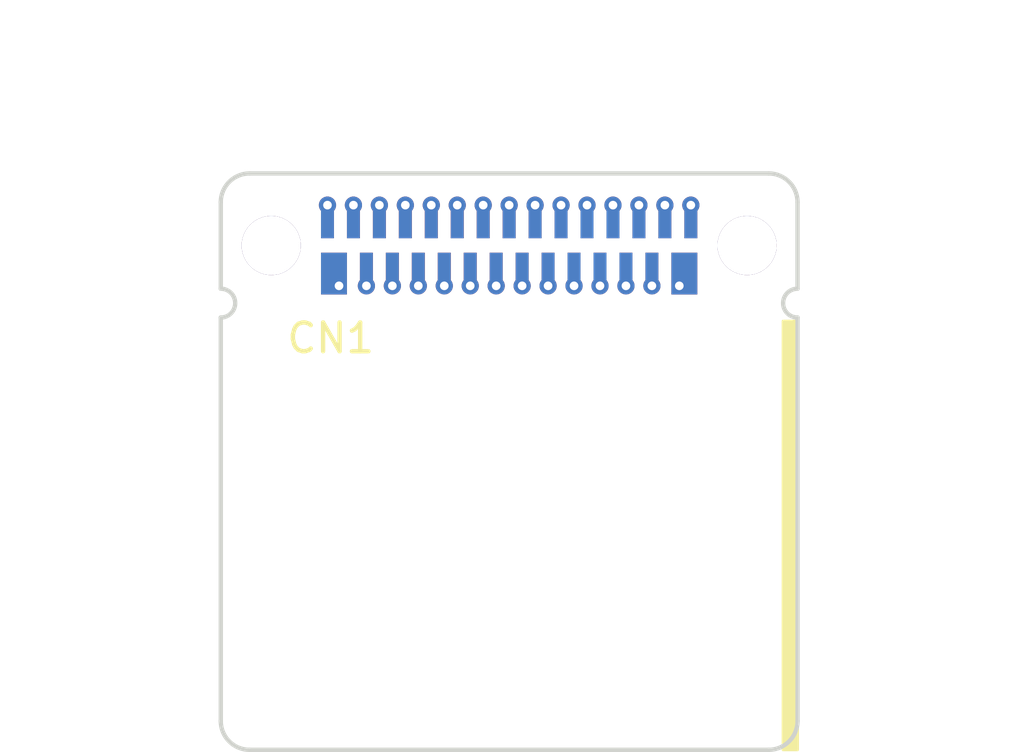
<source format=kicad_pcb>
(kicad_pcb (version 20211014) (generator pcbnew)
  (layers (0 "F.Cu" signal) (1 "In1.Cu" signal) (2 "In2.Cu" signal) (31 "B.Cu" signal) (34 "B.Paste" user) (35 "F.Paste" user) (36 "B.SilkS" user "B.Silkscreen") (37 "F.SilkS" user "F.Silkscreen") (38 "B.Mask" user) (39 "F.Mask" user) (44 "Edge.Cuts" user))
  (net 0 "")
  (net 1 "/SWDIO")
  (net 2 "/VBUS")
  (net 3 "/AREF")
  (net 4 "/A0")
  (net 5 "/A1")
  (net 6 "/A2")
  (net 7 "/A3")
  (net 8 "/A4")
  (net 9 "/A5")
  (net 10 "/D0")
  (net 11 "/D1")
  (net 12 "/D2")
  (net 13 "/D3")
  (net 14 "/D4")
  (net 15 "/D5")
  (net 16 "/RESET")
  (net 17 "/D6")
  (net 18 "/D7")
  (net 19 "/D8")
  (net 20 "/D9")
  (net 21 "/D10")
  (net 22 "/D11")
  (net 23 "/D12")
  (net 24 "/D13")
  (net 25 "/SDA")
  (net 26 "/SWCLK")
  (net 27 "GND")
  (net 28 "+3V3")
  (net 29 "/SCL")
  (footprint "Leafony:CN_F29_B29" (layer "F.Cu") (at 28.925 28.475)
    (fp_text reference "CN1" (at -0.115 2.24) (layer "F.SilkS"))
    (fp_text value "Leafony Bus")
    (pad "" thru_hole circle (at -2.175 -0.975) (size 2.05 2.05) (drill 2.05) (layers *.Cu *.Mask))
    (pad "" thru_hole circle (at 14.325 -0.975) (size 2.05 2.05) (drill 2.05) (layers *.Cu *.Mask))
    (pad "B1" smd rect (at 0 0) (size 0.9 1.45) (layers "B.Cu" "B.Mask") (net 28 "+3V3"))
    (pad "B2" smd custom (at -0.225 -1.8) (size 0.45 1.15) (layers "B.Cu" "B.Mask") (net 1 "/SWDIO") (options (clearance outline) (anchor rect)) (primitives (gr_circle (center 0 -0.575) (end 0.3 -0.575) (width 0) (fill yes))))
    (pad "B3" smd custom (at 1.125 -0.15 180) (size 0.45 1.15) (layers "B.Cu" "B.Mask") (net 2 "/VBUS") (options (clearance outline) (anchor rect)) (primitives (gr_circle (center 0 -0.575) (end 0.3 -0.575) (width 0) (fill yes))))
    (pad "B4" smd custom (at 0.675 -1.8) (size 0.45 1.15) (layers "B.Cu" "B.Mask") (net 3 "/AREF") (options (clearance outline) (anchor rect)) (primitives (gr_circle (center 0 -0.575) (end 0.3 -0.575) (width 0) (fill yes))))
    (pad "B5" smd custom (at 2.025 -0.15 180) (size 0.45 1.15) (layers "B.Cu" "B.Mask") (net 16 "/RESET") (options (clearance outline) (anchor rect)) (primitives (gr_circle (center 0 -0.575) (end 0.3 -0.575) (width 0) (fill yes))))
    (pad "B6" smd custom (at 1.575 -1.8) (size 0.45 1.15) (layers "B.Cu" "B.Mask") (net 4 "/A0") (options (clearance outline) (anchor rect)) (primitives (gr_circle (center 0 -0.575) (end 0.3 -0.575) (width 0) (fill yes))))
    (pad "B7" smd custom (at 2.925 -0.15 180) (size 0.45 1.15) (layers "B.Cu" "B.Mask") (net 17 "/D6") (options (clearance outline) (anchor rect)) (primitives (gr_circle (center 0 -0.575) (end 0.3 -0.575) (width 0) (fill yes))))
    (pad "B8" smd custom (at 2.475 -1.8) (size 0.45 1.15) (layers "B.Cu" "B.Mask") (net 5 "/A1") (options (clearance outline) (anchor rect)) (primitives (gr_circle (center 0 -0.575) (end 0.3 -0.575) (width 0) (fill yes))))
    (pad "B9" smd custom (at 3.825 -0.15 180) (size 0.45 1.15) (layers "B.Cu" "B.Mask") (net 18 "/D7") (options (clearance outline) (anchor rect)) (primitives (gr_circle (center 0 -0.575) (end 0.3 -0.575) (width 0) (fill yes))))
    (pad "B10" smd custom (at 3.375 -1.8) (size 0.45 1.15) (layers "B.Cu" "B.Mask") (net 6 "/A2") (options (clearance outline) (anchor rect)) (primitives (gr_circle (center 0 -0.575) (end 0.3 -0.575) (width 0) (fill yes))))
    (pad "B11" smd custom (at 4.725 -0.15 180) (size 0.45 1.15) (layers "B.Cu" "B.Mask") (net 19 "/D8") (options (clearance outline) (anchor rect)) (primitives (gr_circle (center 0 -0.575) (end 0.3 -0.575) (width 0) (fill yes))))
    (pad "B12" smd custom (at 4.275 -1.8) (size 0.45 1.15) (layers "B.Cu" "B.Mask") (net 7 "/A3") (options (clearance outline) (anchor rect)) (primitives (gr_circle (center 0 -0.575) (end 0.3 -0.575) (width 0) (fill yes))))
    (pad "B13" smd custom (at 5.625 -0.15 180) (size 0.45 1.15) (layers "B.Cu" "B.Mask") (net 20 "/D9") (options (clearance outline) (anchor rect)) (primitives (gr_circle (center 0 -0.575) (end 0.3 -0.575) (width 0) (fill yes))))
    (pad "B14" smd custom (at 5.175 -1.8) (size 0.45 1.15) (layers "B.Cu" "B.Mask") (net 8 "/A4") (options (clearance outline) (anchor rect)) (primitives (gr_circle (center 0 -0.575) (end 0.3 -0.575) (width 0) (fill yes))))
    (pad "B15" smd custom (at 6.525 -0.15 180) (size 0.45 1.15) (layers "B.Cu" "B.Mask") (net 21 "/D10") (options (clearance outline) (anchor rect)) (primitives (gr_circle (center 0 -0.575) (end 0.3 -0.575) (width 0) (fill yes))))
    (pad "B16" smd custom (at 6.075 -1.8) (size 0.45 1.15) (layers "B.Cu" "B.Mask") (net 9 "/A5") (options (clearance outline) (anchor rect)) (primitives (gr_circle (center 0 -0.575) (end 0.3 -0.575) (width 0) (fill yes))))
    (pad "B17" smd custom (at 7.425 -0.15 180) (size 0.45 1.15) (layers "B.Cu" "B.Mask") (net 22 "/D11") (options (clearance outline) (anchor rect)) (primitives (gr_circle (center 0 -0.575) (end 0.3 -0.575) (width 0) (fill yes))))
    (pad "B18" smd custom (at 6.975 -1.8) (size 0.45 1.15) (layers "B.Cu" "B.Mask") (net 10 "/D0") (options (clearance outline) (anchor rect)) (primitives (gr_circle (center 0 -0.575) (end 0.3 -0.575) (width 0) (fill yes))))
    (pad "B19" smd custom (at 8.325 -0.15 180) (size 0.45 1.15) (layers "B.Cu" "B.Mask") (net 23 "/D12") (options (clearance outline) (anchor rect)) (primitives (gr_circle (center 0 -0.575) (end 0.3 -0.575) (width 0) (fill yes))))
    (pad "B20" smd custom (at 7.875 -1.8) (size 0.45 1.15) (layers "B.Cu" "B.Mask") (net 11 "/D1") (options (clearance outline) (anchor rect)) (primitives (gr_circle (center 0 -0.575) (end 0.3 -0.575) (width 0) (fill yes))))
    (pad "B21" smd custom (at 9.225 -0.15 180) (size 0.45 1.15) (layers "B.Cu" "B.Mask") (net 24 "/D13") (options (clearance outline) (anchor rect)) (primitives (gr_circle (center 0 -0.575) (end 0.3 -0.575) (width 0) (fill yes))))
    (pad "B22" smd custom (at 8.775 -1.8) (size 0.45 1.15) (layers "B.Cu" "B.Mask") (net 12 "/D2") (options (clearance outline) (anchor rect)) (primitives (gr_circle (center 0 -0.575) (end 0.3 -0.575) (width 0) (fill yes))))
    (pad "B23" smd custom (at 10.125 -0.15 180) (size 0.45 1.15) (layers "B.Cu" "B.Mask") (net 25 "/SDA") (options (clearance outline) (anchor rect)) (primitives (gr_circle (center 0 -0.575) (end 0.3 -0.575) (width 0) (fill yes))))
    (pad "B24" smd custom (at 9.675 -1.8) (size 0.45 1.15) (layers "B.Cu" "B.Mask") (net 13 "/D3") (options (clearance outline) (anchor rect)) (primitives (gr_circle (center 0 -0.575) (end 0.3 -0.575) (width 0) (fill yes))))
    (pad "B25" smd custom (at 11.025 -0.15 180) (size 0.45 1.15) (layers "B.Cu" "B.Mask") (net 29 "/SCL") (options (clearance outline) (anchor rect)) (primitives (gr_circle (center 0 -0.575) (end 0.3 -0.575) (width 0) (fill yes))))
    (pad "B26" smd custom (at 10.575 -1.8) (size 0.45 1.15) (layers "B.Cu" "B.Mask") (net 14 "/D4") (options (clearance outline) (anchor rect)) (primitives (gr_circle (center 0 -0.575) (end 0.3 -0.575) (width 0) (fill yes))))
    (pad "B27" smd rect (at 12.15 0) (size 0.9 1.45) (layers "B.Cu" "B.Mask") (net 27 "GND"))
    (pad "B28" smd custom (at 11.475 -1.8) (size 0.45 1.15) (layers "B.Cu" "B.Mask") (net 15 "/D5") (options (clearance outline) (anchor rect)) (primitives (gr_circle (center 0 -0.575) (end 0.3 -0.575) (width 0) (fill yes))))
    (pad "B29" smd custom (at 12.375 -1.8) (size 0.45 1.15) (layers "B.Cu" "B.Mask") (net 26 "/SWCLK") (options (clearance outline) (anchor rect)) (primitives (gr_circle (center 0 -0.575) (end 0.3 -0.575) (width 0) (fill yes))))
    (pad "F1" smd rect (at 0 0) (size 0.9 1.45) (layers "F.Cu" "F.Mask") (net 28 "+3V3"))
    (pad "F2" smd custom (at -0.225 -1.8) (size 0.45 1.15) (layers "F.Cu" "F.Mask") (net 1 "/SWDIO") (options (clearance outline) (anchor rect)) (primitives (gr_circle (center 0 -0.575) (end 0.3 -0.575) (width 0) (fill yes))))
    (pad "F3" smd custom (at 1.125 -0.15 180) (size 0.45 1.15) (layers "F.Cu" "F.Mask") (net 2 "/VBUS") (options (clearance outline) (anchor rect)) (primitives (gr_circle (center 0 -0.575) (end 0.3 -0.575) (width 0) (fill yes))))
    (pad "F4" smd custom (at 0.675 -1.8) (size 0.45 1.15) (layers "F.Cu" "F.Mask") (net 3 "/AREF") (options (clearance outline) (anchor rect)) (primitives (gr_circle (center 0 -0.575) (end 0.3 -0.575) (width 0) (fill yes))))
    (pad "F5" smd custom (at 2.025 -0.15 180) (size 0.45 1.15) (layers "F.Cu" "F.Mask") (net 16 "/RESET") (options (clearance outline) (anchor rect)) (primitives (gr_circle (center 0 -0.575) (end 0.3 -0.575) (width 0) (fill yes))))
    (pad "F6" smd custom (at 1.575 -1.8) (size 0.45 1.15) (layers "F.Cu" "F.Mask") (net 4 "/A0") (options (clearance outline) (anchor rect)) (primitives (gr_circle (center 0 -0.575) (end 0.3 -0.575) (width 0) (fill yes))))
    (pad "F7" smd custom (at 2.925 -0.15 180) (size 0.45 1.15) (layers "F.Cu" "F.Mask") (net 17 "/D6") (options (clearance outline) (anchor rect)) (primitives (gr_circle (center 0 -0.575) (end 0.3 -0.575) (width 0) (fill yes))))
    (pad "F8" smd custom (at 2.475 -1.8) (size 0.45 1.15) (layers "F.Cu" "F.Mask") (net 5 "/A1") (options (clearance outline) (anchor rect)) (primitives (gr_circle (center 0 -0.575) (end 0.3 -0.575) (width 0) (fill yes))))
    (pad "F9" smd custom (at 3.825 -0.15 180) (size 0.45 1.15) (layers "F.Cu" "F.Mask") (net 18 "/D7") (options (clearance outline) (anchor rect)) (primitives (gr_circle (center 0 -0.575) (end 0.3 -0.575) (width 0) (fill yes))))
    (pad "F10" smd custom (at 3.375 -1.8) (size 0.45 1.15) (layers "F.Cu" "F.Mask") (net 6 "/A2") (options (clearance outline) (anchor rect)) (primitives (gr_circle (center 0 -0.575) (end 0.3 -0.575) (width 0) (fill yes))))
    (pad "F11" smd custom (at 4.725 -0.15 180) (size 0.45 1.15) (layers "F.Cu" "F.Mask") (net 19 "/D8") (options (clearance outline) (anchor rect)) (primitives (gr_circle (center 0 -0.575) (end 0.3 -0.575) (width 0) (fill yes))))
    (pad "F12" smd custom (at 4.275 -1.8) (size 0.45 1.15) (layers "F.Cu" "F.Mask") (net 7 "/A3") (options (clearance outline) (anchor rect)) (primitives (gr_circle (center 0 -0.575) (end 0.3 -0.575) (width 0) (fill yes))))
    (pad "F13" smd custom (at 5.625 -0.15 180) (size 0.45 1.15) (layers "F.Cu" "F.Mask") (net 20 "/D9") (options (clearance outline) (anchor rect)) (primitives (gr_circle (center 0 -0.575) (end 0.3 -0.575) (width 0) (fill yes))))
    (pad "F14" smd custom (at 5.175 -1.8) (size 0.45 1.15) (layers "F.Cu" "F.Mask") (net 8 "/A4") (options (clearance outline) (anchor rect)) (primitives (gr_circle (center 0 -0.575) (end 0.3 -0.575) (width 0) (fill yes))))
    (pad "F15" smd custom (at 6.525 -0.15 180) (size 0.45 1.15) (layers "F.Cu" "F.Mask") (net 21 "/D10") (options (clearance outline) (anchor rect)) (primitives (gr_circle (center 0 -0.575) (end 0.3 -0.575) (width 0) (fill yes))))
    (pad "F16" smd custom (at 6.075 -1.8) (size 0.45 1.15) (layers "F.Cu" "F.Mask") (net 9 "/A5") (options (clearance outline) (anchor rect)) (primitives (gr_circle (center 0 -0.575) (end 0.3 -0.575) (width 0) (fill yes))))
    (pad "F17" smd custom (at 7.425 -0.15 180) (size 0.45 1.15) (layers "F.Cu" "F.Mask") (net 22 "/D11") (options (clearance outline) (anchor rect)) (primitives (gr_circle (center 0 -0.575) (end 0.3 -0.575) (width 0) (fill yes))))
    (pad "F18" smd custom (at 6.975 -1.8) (size 0.45 1.15) (layers "F.Cu" "F.Mask") (net 10 "/D0") (options (clearance outline) (anchor rect)) (primitives (gr_circle (center 0 -0.575) (end 0.3 -0.575) (width 0) (fill yes))))
    (pad "F19" smd custom (at 8.325 -0.15 180) (size 0.45 1.15) (layers "F.Cu" "F.Mask") (net 23 "/D12") (options (clearance outline) (anchor rect)) (primitives (gr_circle (center 0 -0.575) (end 0.3 -0.575) (width 0) (fill yes))))
    (pad "F20" smd custom (at 7.875 -1.8) (size 0.45 1.15) (layers "F.Cu" "F.Mask") (net 11 "/D1") (options (clearance outline) (anchor rect)) (primitives (gr_circle (center 0 -0.575) (end 0.3 -0.575) (width 0) (fill yes))))
    (pad "F21" smd custom (at 9.225 -0.15 180) (size 0.45 1.15) (layers "F.Cu" "F.Mask") (net 24 "/D13") (options (clearance outline) (anchor rect)) (primitives (gr_circle (center 0 -0.575) (end 0.3 -0.575) (width 0) (fill yes))))
    (pad "F22" smd custom (at 8.775 -1.8) (size 0.45 1.15) (layers "F.Cu" "F.Mask") (net 12 "/D2") (options (clearance outline) (anchor rect)) (primitives (gr_circle (center 0 -0.575) (end 0.3 -0.575) (width 0) (fill yes))))
    (pad "F23" smd custom (at 10.125 -0.15 180) (size 0.45 1.15) (layers "F.Cu" "F.Mask") (net 25 "/SDA") (options (clearance outline) (anchor rect)) (primitives (gr_circle (center 0 -0.575) (end 0.3 -0.575) (width 0) (fill yes))))
    (pad "F24" smd custom (at 9.675 -1.8) (size 0.45 1.15) (layers "F.Cu" "F.Mask") (net 13 "/D3") (options (clearance outline) (anchor rect)) (primitives (gr_circle (center 0 -0.575) (end 0.3 -0.575) (width 0) (fill yes))))
    (pad "F25" smd custom (at 11.025 -0.15 180) (size 0.45 1.15) (layers "F.Cu" "F.Mask") (net 29 "/SCL") (options (clearance outline) (anchor rect)) (primitives (gr_circle (center 0 -0.575) (end 0.3 -0.575) (width 0) (fill yes))))
    (pad "F26" smd custom (at 10.575 -1.8) (size 0.45 1.15) (layers "F.Cu" "F.Mask") (net 14 "/D4") (options (clearance outline) (anchor rect)) (primitives (gr_circle (center 0 -0.575) (end 0.3 -0.575) (width 0) (fill yes))))
    (pad "F27" smd rect (at 12.15 0) (size 0.9 1.45) (layers "F.Cu" "F.Mask") (net 27 "GND"))
    (pad "F28" smd custom (at 11.475 -1.8) (size 0.45 1.15) (layers "F.Cu" "F.Mask") (net 15 "/D5") (options (clearance outline) (anchor rect)) (primitives (gr_circle (center 0 -0.575) (end 0.3 -0.575) (width 0) (fill yes))))
    (pad "F29" smd custom (at 12.375 -1.8) (size 0.45 1.15) (layers "F.Cu" "F.Mask") (net 26 "/SWCLK") (options (clearance outline) (anchor rect)) (primitives (gr_circle (center 0 -0.575) (end 0.3 -0.575) (width 0) (fill yes))))
  )
  (gr_poly (pts (xy 45 30.125) (xy 44.5 30.125) (xy 44.5 45) (xy 45 45)) (layer "F.SilkS") (width 0.1) (fill solid))
  (gr_arc (start 25 29) (mid 25.5 29.5) (end 25 30) (layer "Edge.Cuts") (width 0.15))
  (gr_line (start 45 26) (end 45 29) (layer "Edge.Cuts") (width 0.15))
  (gr_arc (start 45 30) (mid 44.5 29.5) (end 45 29) (layer "Edge.Cuts") (width 0.15))
  (gr_line (start 25 30) (end 25 44) (layer "Edge.Cuts") (width 0.15))
  (gr_arc (start 26 45) (mid 25.292893 44.707107) (end 25 44) (layer "Edge.Cuts") (width 0.15))
  (gr_line (start 45 30) (end 45 44) (layer "Edge.Cuts") (width 0.15))
  (gr_arc (start 45 44) (mid 44.707107 44.707107) (end 44 45) (layer "Edge.Cuts") (width 0.15))
  (gr_line (start 44 45) (end 26 45) (layer "Edge.Cuts") (width 0.15))
  (gr_arc (start 44 25) (mid 44.707107 25.292893) (end 45 26) (layer "Edge.Cuts") (width 0.15))
  (gr_arc (start 25 26) (mid 25.292893 25.292893) (end 26 25) (layer "Edge.Cuts") (width 0.15))
  (gr_line (start 25 26) (end 25 29) (layer "Edge.Cuts") (width 0.15))
  (gr_line (start 26 25) (end 44 25) (layer "Edge.Cuts") (width 0.15))
  (via (at 28.7 26.1) (size 0.5) (drill 0.3) (layers "F.Cu" "B.Cu") (net 1))
  (via (at 30.05 28.9) (size 0.5) (drill 0.3) (layers "F.Cu" "B.Cu") (net 2))
  (via (at 29.6 26.1) (size 0.5) (drill 0.3) (layers "F.Cu" "B.Cu") (net 3))
  (via (at 30.5 26.1) (size 0.5) (drill 0.3) (layers "F.Cu" "B.Cu") (net 4))
  (via (at 31.4 26.1) (size 0.5) (drill 0.3) (layers "F.Cu" "B.Cu") (net 5))
  (via (at 32.3 26.1) (size 0.5) (drill 0.3) (layers "F.Cu" "B.Cu") (net 6))
  (via (at 33.2 26.1) (size 0.5) (drill 0.3) (layers "F.Cu" "B.Cu") (net 7))
  (via (at 34.1 26.1) (size 0.5) (drill 0.3) (layers "F.Cu" "B.Cu") (net 8))
  (via (at 35 26.1) (size 0.5) (drill 0.3) (layers "F.Cu" "B.Cu") (net 9))
  (via (at 35.9 26.1) (size 0.5) (drill 0.3) (layers "F.Cu" "B.Cu") (net 10))
  (via (at 36.8 26.1) (size 0.5) (drill 0.3) (layers "F.Cu" "B.Cu") (net 11))
  (via (at 37.7 26.1) (size 0.5) (drill 0.3) (layers "F.Cu" "B.Cu") (net 12))
  (via (at 38.6 26.1) (size 0.5) (drill 0.3) (layers "F.Cu" "B.Cu") (net 13))
  (via (at 39.5 26.1) (size 0.5) (drill 0.3) (layers "F.Cu" "B.Cu") (net 14))
  (via (at 40.4 26.1) (size 0.5) (drill 0.3) (layers "F.Cu" "B.Cu") (net 15))
  (via (at 30.95 28.9) (size 0.5) (drill 0.3) (layers "F.Cu" "B.Cu") (net 16))
  (via (at 31.85 28.9) (size 0.5) (drill 0.3) (layers "F.Cu" "B.Cu") (net 17))
  (via (at 32.75 28.9) (size 0.5) (drill 0.3) (layers "F.Cu" "B.Cu") (net 18))
  (via (at 33.65 28.9) (size 0.5) (drill 0.3) (layers "F.Cu" "B.Cu") (net 19))
  (via (at 34.55 28.9) (size 0.5) (drill 0.3) (layers "F.Cu" "B.Cu") (net 20))
  (via (at 35.45 28.9) (size 0.5) (drill 0.3) (layers "F.Cu" "B.Cu") (net 21))
  (via (at 36.35 28.9) (size 0.5) (drill 0.3) (layers "F.Cu" "B.Cu") (net 22))
  (via (at 37.25 28.9) (size 0.5) (drill 0.3) (layers "F.Cu" "B.Cu") (net 23))
  (via (at 38.15 28.9) (size 0.5) (drill 0.3) (layers "F.Cu" "B.Cu") (net 24))
  (via (at 39.05 28.9) (size 0.5) (drill 0.3) (layers "F.Cu" "B.Cu") (net 25))
  (via (at 41.3 26.1) (size 0.5) (drill 0.3) (layers "F.Cu" "B.Cu") (net 26))
  (via (at 40.9 28.9) (size 0.5) (drill 0.3) (layers "F.Cu" "B.Cu") (net 27))
  (via (at 29.1 28.9) (size 0.5) (drill 0.3) (layers "F.Cu" "B.Cu") (net 28))
  (via (at 39.95 28.9) (size 0.5) (drill 0.3) (layers "F.Cu" "B.Cu") (net 29))
)
</source>
